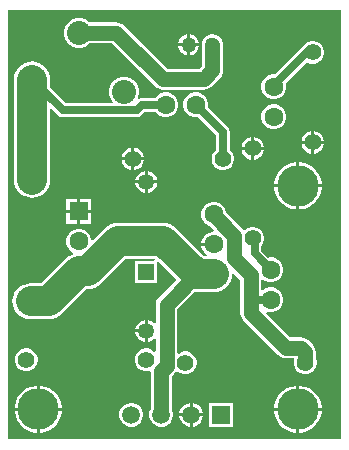
<source format=gbr>
%TF.GenerationSoftware,Altium Limited,Altium Designer,23.7.1 (13)*%
G04 Layer_Physical_Order=1*
G04 Layer_Color=255*
%FSLAX45Y45*%
%MOMM*%
%TF.SameCoordinates,8B45DB0F-F0D4-485E-9900-1B50B3984352*%
%TF.FilePolarity,Positive*%
%TF.FileFunction,Copper,L1,Top,Signal*%
%TF.Part,Single*%
G01*
G75*
%TA.AperFunction,Conductor*%
%ADD10C,1.27000*%
%ADD11C,0.63500*%
%ADD12C,2.54000*%
%TA.AperFunction,ComponentPad*%
%ADD13C,2.03200*%
%ADD14C,1.27000*%
%ADD15R,1.35000X1.35000*%
%ADD16C,1.35000*%
%ADD17R,1.50000X1.50000*%
%ADD18C,1.50000*%
%ADD19C,1.40000*%
%ADD20C,1.60000*%
%TA.AperFunction,ViaPad*%
%ADD21C,3.50000*%
%TA.AperFunction,ComponentPad*%
%ADD22C,1.60000*%
%ADD23R,1.60000X1.60000*%
G36*
X5321300Y9093200D02*
X2501900D01*
Y12725400D01*
X5321300D01*
Y9093200D01*
D02*
G37*
%LPC*%
G36*
X4041800Y12521933D02*
Y12446000D01*
X4117733D01*
X4111941Y12467614D01*
X4100238Y12487886D01*
X4083686Y12504438D01*
X4063414Y12516142D01*
X4041800Y12521933D01*
D02*
G37*
G36*
X4016400D02*
X3994786Y12516142D01*
X3974514Y12504438D01*
X3957962Y12487886D01*
X3946258Y12467614D01*
X3940467Y12446000D01*
X4016400D01*
Y12521933D01*
D02*
G37*
G36*
X4117733Y12420600D02*
X4041800D01*
Y12344667D01*
X4063414Y12350458D01*
X4083686Y12362162D01*
X4100238Y12378714D01*
X4111941Y12398986D01*
X4117733Y12420600D01*
D02*
G37*
G36*
X4016400D02*
X3940467D01*
X3946258Y12398986D01*
X3957962Y12378714D01*
X3974514Y12362162D01*
X3994786Y12350458D01*
X4016400Y12344667D01*
Y12420600D01*
D02*
G37*
G36*
X5092560Y12465200D02*
X5067440D01*
X5043177Y12458698D01*
X5021423Y12446139D01*
X5003661Y12428377D01*
X4997168Y12417130D01*
X4987997Y12411003D01*
X4760094Y12183100D01*
X4735924D01*
X4709117Y12175917D01*
X4685083Y12162041D01*
X4665459Y12142417D01*
X4651583Y12118383D01*
X4644400Y12091576D01*
Y12063824D01*
X4651583Y12037017D01*
X4665459Y12012983D01*
X4685083Y11993359D01*
X4709117Y11979483D01*
X4735924Y11972300D01*
X4763676D01*
X4790483Y11979483D01*
X4814517Y11993359D01*
X4834141Y12012983D01*
X4848017Y12037017D01*
X4855200Y12063824D01*
Y12091576D01*
X4850589Y12108783D01*
X5030200Y12288394D01*
X5043177Y12280902D01*
X5067440Y12274400D01*
X5092560D01*
X5116823Y12280902D01*
X5138577Y12293461D01*
X5156339Y12311223D01*
X5168898Y12332977D01*
X5175400Y12357240D01*
Y12382360D01*
X5168898Y12406623D01*
X5156339Y12428377D01*
X5138577Y12446139D01*
X5116823Y12458698D01*
X5092560Y12465200D01*
D02*
G37*
G36*
X3115520Y12661900D02*
X3082080D01*
X3049780Y12653245D01*
X3020820Y12636525D01*
X2997175Y12612880D01*
X2980455Y12583920D01*
X2971800Y12551620D01*
Y12518180D01*
X2980455Y12485880D01*
X2997175Y12456920D01*
X3020820Y12433275D01*
X3049780Y12416555D01*
X3082080Y12407900D01*
X3115520D01*
X3147820Y12416555D01*
X3176780Y12433275D01*
X3188738Y12445233D01*
X3379159D01*
X3746596Y12077796D01*
X3765166Y12063546D01*
X3786793Y12054588D01*
X3810000Y12051533D01*
X4154705D01*
X4177912Y12054588D01*
X4199538Y12063546D01*
X4218109Y12077796D01*
X4292504Y12152191D01*
X4306754Y12170762D01*
X4315712Y12192388D01*
X4318767Y12215595D01*
Y12433300D01*
X4318000Y12439127D01*
Y12445004D01*
X4316479Y12450681D01*
X4315712Y12456507D01*
X4313463Y12461937D01*
X4311942Y12467614D01*
X4309003Y12472705D01*
X4306754Y12478134D01*
X4303177Y12482795D01*
X4300238Y12487886D01*
X4296082Y12492042D01*
X4292504Y12496704D01*
X4287842Y12500282D01*
X4283686Y12504438D01*
X4278595Y12507377D01*
X4273934Y12510954D01*
X4268505Y12513203D01*
X4263414Y12516142D01*
X4257737Y12517663D01*
X4252307Y12519912D01*
X4246481Y12520679D01*
X4240804Y12522200D01*
X4234927D01*
X4229100Y12522967D01*
X4223273Y12522200D01*
X4217396D01*
X4211719Y12520679D01*
X4205893Y12519912D01*
X4200463Y12517663D01*
X4194786Y12516142D01*
X4189695Y12513203D01*
X4184266Y12510954D01*
X4179605Y12507377D01*
X4174514Y12504438D01*
X4170358Y12500282D01*
X4165696Y12496704D01*
X4162118Y12492042D01*
X4157962Y12487886D01*
X4155023Y12482795D01*
X4151446Y12478134D01*
X4149197Y12472705D01*
X4146258Y12467614D01*
X4144737Y12461937D01*
X4142488Y12456507D01*
X4141721Y12450681D01*
X4140200Y12445004D01*
Y12439127D01*
X4139433Y12433300D01*
Y12252736D01*
X4117564Y12230867D01*
X3847141D01*
X3479704Y12598304D01*
X3461134Y12612554D01*
X3439507Y12621512D01*
X3416300Y12624567D01*
X3188738D01*
X3176780Y12636525D01*
X3147820Y12653245D01*
X3115520Y12661900D01*
D02*
G37*
G36*
X2702560Y12291797D02*
X2672684Y12288855D01*
X2643957Y12280141D01*
X2617481Y12265989D01*
X2594275Y12246945D01*
X2575231Y12223739D01*
X2561079Y12197263D01*
X2552365Y12168536D01*
X2549423Y12138660D01*
Y11290460D01*
X2552365Y11260584D01*
X2561079Y11231857D01*
X2575231Y11205381D01*
X2594275Y11182176D01*
X2617481Y11163131D01*
X2643957Y11148979D01*
X2672684Y11140265D01*
X2702560Y11137323D01*
X2732436Y11140265D01*
X2761163Y11148979D01*
X2787639Y11163131D01*
X2810845Y11182176D01*
X2829889Y11205381D01*
X2844041Y11231857D01*
X2852755Y11260584D01*
X2855697Y11290460D01*
Y11886523D01*
X2867431Y11891384D01*
X2921707Y11837107D01*
X2940611Y11824476D01*
X2962910Y11820040D01*
X3588170D01*
X3610469Y11824476D01*
X3629373Y11837107D01*
X3659296Y11867030D01*
X3747337D01*
X3751059Y11860583D01*
X3770683Y11840959D01*
X3794717Y11827083D01*
X3821524Y11819900D01*
X3849276D01*
X3876083Y11827083D01*
X3900117Y11840959D01*
X3919741Y11860583D01*
X3933617Y11884617D01*
X3940800Y11911424D01*
Y11939176D01*
X3933617Y11965983D01*
X3919741Y11990017D01*
X3900117Y12009641D01*
X3876083Y12023517D01*
X3849276Y12030700D01*
X3821524D01*
X3794717Y12023517D01*
X3770683Y12009641D01*
X3751059Y11990017D01*
X3747337Y11983570D01*
X3635160D01*
X3612862Y11979134D01*
X3604406Y11973485D01*
X3594888Y11982399D01*
X3598145Y11988040D01*
X3606800Y12020340D01*
Y12053780D01*
X3598145Y12086080D01*
X3581425Y12115040D01*
X3557780Y12138685D01*
X3528820Y12155405D01*
X3496520Y12164060D01*
X3463080D01*
X3430780Y12155405D01*
X3401820Y12138685D01*
X3378175Y12115040D01*
X3361455Y12086080D01*
X3352800Y12053780D01*
Y12020340D01*
X3361455Y11988040D01*
X3378175Y11959080D01*
X3388942Y11948313D01*
X3384082Y11936580D01*
X2987046D01*
X2855697Y12067928D01*
Y12138660D01*
X2852755Y12168536D01*
X2844041Y12197263D01*
X2829889Y12223739D01*
X2810845Y12246945D01*
X2787639Y12265989D01*
X2761163Y12280141D01*
X2732436Y12288855D01*
X2702560Y12291797D01*
D02*
G37*
G36*
X4763676Y11929100D02*
X4735924D01*
X4709117Y11921917D01*
X4685083Y11908041D01*
X4665459Y11888417D01*
X4651583Y11864383D01*
X4644400Y11837576D01*
Y11809824D01*
X4651583Y11783017D01*
X4665459Y11758983D01*
X4685083Y11739359D01*
X4709117Y11725483D01*
X4735924Y11718300D01*
X4763676D01*
X4790483Y11725483D01*
X4814517Y11739359D01*
X4834141Y11758983D01*
X4848017Y11783017D01*
X4855200Y11809824D01*
Y11837576D01*
X4848017Y11864383D01*
X4834141Y11888417D01*
X4814517Y11908041D01*
X4790483Y11921917D01*
X4763676Y11929100D01*
D02*
G37*
G36*
X5092700Y11703162D02*
Y11620500D01*
X5175362D01*
X5168898Y11644623D01*
X5156339Y11666377D01*
X5138577Y11684139D01*
X5116823Y11696698D01*
X5092700Y11703162D01*
D02*
G37*
G36*
X5067300D02*
X5043177Y11696698D01*
X5021423Y11684139D01*
X5003661Y11666377D01*
X4991102Y11644623D01*
X4984638Y11620500D01*
X5067300D01*
Y11703162D01*
D02*
G37*
G36*
X4584700Y11652362D02*
Y11569700D01*
X4667362D01*
X4660898Y11593823D01*
X4648339Y11615577D01*
X4630577Y11633339D01*
X4608823Y11645898D01*
X4584700Y11652362D01*
D02*
G37*
G36*
X4559300D02*
X4535177Y11645898D01*
X4513423Y11633339D01*
X4495661Y11615577D01*
X4483102Y11593823D01*
X4476638Y11569700D01*
X4559300D01*
Y11652362D01*
D02*
G37*
G36*
X5175362Y11595100D02*
X5092700D01*
Y11512438D01*
X5116823Y11518902D01*
X5138577Y11531461D01*
X5156339Y11549223D01*
X5168898Y11570977D01*
X5175362Y11595100D01*
D02*
G37*
G36*
X5067300D02*
X4984638D01*
X4991102Y11570977D01*
X5003661Y11549223D01*
X5021423Y11531461D01*
X5043177Y11518902D01*
X5067300Y11512438D01*
Y11595100D01*
D02*
G37*
G36*
X3568700Y11563462D02*
Y11480800D01*
X3651362D01*
X3644898Y11504923D01*
X3632339Y11526677D01*
X3614577Y11544439D01*
X3592823Y11556998D01*
X3568700Y11563462D01*
D02*
G37*
G36*
X3543300D02*
X3519177Y11556998D01*
X3497423Y11544439D01*
X3479661Y11526677D01*
X3467102Y11504923D01*
X3460638Y11480800D01*
X3543300D01*
Y11563462D01*
D02*
G37*
G36*
X4667362Y11544300D02*
X4584700D01*
Y11461638D01*
X4608823Y11468102D01*
X4630577Y11480661D01*
X4648339Y11498423D01*
X4660898Y11520177D01*
X4667362Y11544300D01*
D02*
G37*
G36*
X4559300D02*
X4476638D01*
X4483102Y11520177D01*
X4495661Y11498423D01*
X4513423Y11480661D01*
X4535177Y11468102D01*
X4559300Y11461638D01*
Y11544300D01*
D02*
G37*
G36*
X3651362Y11455400D02*
X3568700D01*
Y11372738D01*
X3592823Y11379202D01*
X3614577Y11391761D01*
X3632339Y11409523D01*
X3644898Y11431277D01*
X3651362Y11455400D01*
D02*
G37*
G36*
X3543300D02*
X3460638D01*
X3467102Y11431277D01*
X3479661Y11409523D01*
X3497423Y11391761D01*
X3519177Y11379202D01*
X3543300Y11372738D01*
Y11455400D01*
D02*
G37*
G36*
X4103276Y12030700D02*
X4075524D01*
X4048717Y12023517D01*
X4024683Y12009641D01*
X4005059Y11990017D01*
X3991183Y11965983D01*
X3984000Y11939176D01*
Y11911424D01*
X3991183Y11884617D01*
X4005059Y11860583D01*
X4024683Y11840959D01*
X4048717Y11827083D01*
X4075524Y11819900D01*
X4103276D01*
X4110467Y11821827D01*
X4259730Y11672564D01*
Y11544616D01*
X4259423Y11544439D01*
X4241661Y11526677D01*
X4229102Y11504923D01*
X4222600Y11480660D01*
Y11455540D01*
X4229102Y11431277D01*
X4241661Y11409523D01*
X4259423Y11391761D01*
X4281177Y11379202D01*
X4305440Y11372700D01*
X4330560D01*
X4354823Y11379202D01*
X4376577Y11391761D01*
X4394339Y11409523D01*
X4406898Y11431277D01*
X4413400Y11455540D01*
Y11480660D01*
X4406898Y11504923D01*
X4394339Y11526677D01*
X4376577Y11544439D01*
X4376270Y11544616D01*
Y11696700D01*
X4371834Y11718999D01*
X4359203Y11737903D01*
X4192873Y11904233D01*
X4194800Y11911424D01*
Y11939176D01*
X4187617Y11965983D01*
X4173741Y11990017D01*
X4154117Y12009641D01*
X4130083Y12023517D01*
X4103276Y12030700D01*
D02*
G37*
G36*
X3683001Y11366374D02*
Y11286300D01*
X3763075D01*
X3756870Y11309458D01*
X3744639Y11330642D01*
X3727343Y11347938D01*
X3706158Y11360169D01*
X3683001Y11366374D01*
D02*
G37*
G36*
X3657601D02*
X3634443Y11360169D01*
X3613258Y11347938D01*
X3595962Y11330642D01*
X3583731Y11309458D01*
X3577526Y11286300D01*
X3657601D01*
Y11366374D01*
D02*
G37*
G36*
X4972738Y11439900D02*
X4965700D01*
Y11252200D01*
X5153400D01*
Y11259238D01*
X5145699Y11297955D01*
X5130592Y11334425D01*
X5108661Y11367248D01*
X5080748Y11395161D01*
X5047925Y11417092D01*
X5011455Y11432199D01*
X4972738Y11439900D01*
D02*
G37*
G36*
X4940300D02*
X4933262D01*
X4894545Y11432199D01*
X4858075Y11417092D01*
X4825252Y11395161D01*
X4797339Y11367248D01*
X4775408Y11334425D01*
X4760301Y11297955D01*
X4752600Y11259238D01*
Y11252200D01*
X4940300D01*
Y11439900D01*
D02*
G37*
G36*
X3763075Y11260900D02*
X3683001D01*
Y11180826D01*
X3706158Y11187031D01*
X3727343Y11199262D01*
X3744639Y11216558D01*
X3756870Y11237742D01*
X3763075Y11260900D01*
D02*
G37*
G36*
X3657601D02*
X3577526D01*
X3583731Y11237742D01*
X3595962Y11216558D01*
X3613258Y11199262D01*
X3634443Y11187031D01*
X3657601Y11180826D01*
Y11260900D01*
D02*
G37*
G36*
X5153400Y11226800D02*
X4965700D01*
Y11039100D01*
X4972738D01*
X5011455Y11046801D01*
X5047925Y11061908D01*
X5080748Y11083839D01*
X5108661Y11111752D01*
X5130592Y11144575D01*
X5145699Y11181045D01*
X5153400Y11219762D01*
Y11226800D01*
D02*
G37*
G36*
X4940300D02*
X4752600D01*
Y11219762D01*
X4760301Y11181045D01*
X4775408Y11144575D01*
X4797339Y11111752D01*
X4825252Y11083839D01*
X4858075Y11061908D01*
X4894545Y11046801D01*
X4933262Y11039100D01*
X4940300D01*
Y11226800D01*
D02*
G37*
G36*
X3204200Y11129000D02*
X3111500D01*
Y11036300D01*
X3204200D01*
Y11129000D01*
D02*
G37*
G36*
X3086100D02*
X2993400D01*
Y11036300D01*
X3086100D01*
Y11129000D01*
D02*
G37*
G36*
X3204200Y11010900D02*
X3111500D01*
Y10918200D01*
X3204200D01*
Y11010900D01*
D02*
G37*
G36*
X3086100D02*
X2993400D01*
Y10918200D01*
X3086100D01*
Y11010900D01*
D02*
G37*
G36*
X4255676Y11103600D02*
X4227924D01*
X4201117Y11096417D01*
X4177083Y11082541D01*
X4157459Y11062917D01*
X4143583Y11038883D01*
X4136400Y11012076D01*
Y10984324D01*
X4143583Y10957517D01*
X4157459Y10933483D01*
X4177083Y10913859D01*
X4201117Y10899983D01*
X4205436Y10898826D01*
X4242929Y10861333D01*
X4238068Y10849600D01*
X4227924D01*
X4201117Y10842417D01*
X4177083Y10828541D01*
X4157459Y10808917D01*
X4143583Y10784883D01*
X4136400Y10758076D01*
Y10756900D01*
X4241800D01*
Y10731500D01*
X4136400D01*
Y10730324D01*
X4143583Y10703517D01*
X4157459Y10679483D01*
X4177083Y10659859D01*
X4183702Y10656037D01*
X4180299Y10643337D01*
X4161181D01*
X3922634Y10881885D01*
X3899428Y10900929D01*
X3872953Y10915081D01*
X3844225Y10923795D01*
X3814350Y10926737D01*
X3431465D01*
X3431463Y10926738D01*
X3401587Y10923795D01*
X3372860Y10915081D01*
X3346384Y10900929D01*
X3323178Y10881885D01*
X3215933Y10774639D01*
X3204200Y10779500D01*
Y10783476D01*
X3197017Y10810283D01*
X3183141Y10834317D01*
X3163517Y10853941D01*
X3139483Y10867817D01*
X3112676Y10875000D01*
X3084924D01*
X3058117Y10867817D01*
X3034083Y10853941D01*
X3014459Y10834317D01*
X3000583Y10810283D01*
X2993400Y10783476D01*
Y10755724D01*
X3000583Y10728917D01*
X3014459Y10704883D01*
X3034083Y10685259D01*
X3053115Y10674271D01*
X3051533Y10660519D01*
X3040197Y10657081D01*
X3013721Y10642929D01*
X2990515Y10623885D01*
X2990514Y10623883D01*
X2781368Y10414737D01*
X2689700D01*
X2659824Y10411795D01*
X2631097Y10403081D01*
X2604621Y10388929D01*
X2581415Y10369885D01*
X2562371Y10346679D01*
X2548219Y10320203D01*
X2539505Y10291476D01*
X2536563Y10261600D01*
X2539505Y10231724D01*
X2548219Y10202997D01*
X2562371Y10176521D01*
X2581415Y10153315D01*
X2604621Y10134271D01*
X2631097Y10120119D01*
X2659824Y10111405D01*
X2689700Y10108463D01*
X2844800D01*
X2874676Y10111405D01*
X2903403Y10120119D01*
X2929879Y10134271D01*
X2953085Y10153315D01*
X3162231Y10362463D01*
X3173463D01*
X3203339Y10365405D01*
X3232066Y10374119D01*
X3258541Y10388271D01*
X3281747Y10407315D01*
X3494894Y10620463D01*
X3741786D01*
X3743965Y10617200D01*
X3737177Y10604500D01*
X3577401D01*
Y10418700D01*
X3763200D01*
Y10590220D01*
X3775901Y10595480D01*
X3926061Y10445320D01*
X3778196Y10297454D01*
X3763946Y10278884D01*
X3754988Y10257258D01*
X3751933Y10234050D01*
Y10079308D01*
X3739233Y10074047D01*
X3727342Y10085938D01*
X3706157Y10098169D01*
X3682999Y10104374D01*
Y10011600D01*
Y9918826D01*
X3706157Y9925031D01*
X3727342Y9937262D01*
X3739233Y9949153D01*
X3751933Y9943892D01*
Y9837544D01*
X3739233Y9832283D01*
X3728877Y9842639D01*
X3707123Y9855198D01*
X3682860Y9861700D01*
X3657740D01*
X3633477Y9855198D01*
X3611723Y9842639D01*
X3593961Y9824877D01*
X3581402Y9803123D01*
X3574900Y9778860D01*
Y9753740D01*
X3581402Y9729477D01*
X3593961Y9707723D01*
X3611723Y9689961D01*
X3633477Y9677402D01*
X3657740Y9670900D01*
X3682860D01*
X3695577Y9674308D01*
X3700111Y9672154D01*
X3707633Y9664390D01*
Y9346972D01*
X3703742Y9340233D01*
X3696900Y9314698D01*
Y9288262D01*
X3703742Y9262727D01*
X3716960Y9239833D01*
X3735653Y9221140D01*
X3758547Y9207922D01*
X3784082Y9201080D01*
X3810518D01*
X3836053Y9207922D01*
X3858947Y9221140D01*
X3877640Y9239833D01*
X3890858Y9262727D01*
X3897700Y9288262D01*
Y9314698D01*
X3890858Y9340233D01*
X3886967Y9346972D01*
Y9631440D01*
X3905004Y9649477D01*
X3919254Y9668048D01*
X3920498Y9671052D01*
X3932954Y9673530D01*
X3941923Y9664561D01*
X3963677Y9652002D01*
X3987940Y9645500D01*
X4013060D01*
X4037323Y9652002D01*
X4059077Y9664561D01*
X4076839Y9682323D01*
X4089398Y9704077D01*
X4095900Y9728340D01*
Y9753460D01*
X4089398Y9777723D01*
X4076839Y9799477D01*
X4059077Y9817239D01*
X4037323Y9829798D01*
X4013060Y9836300D01*
X3987940D01*
X3963677Y9829798D01*
X3943967Y9818419D01*
X3931267Y9822626D01*
Y10196909D01*
X4073781Y10339423D01*
X4097750Y10337063D01*
X4241800D01*
X4271676Y10340005D01*
X4300403Y10348719D01*
X4326879Y10362871D01*
X4350085Y10381915D01*
X4369129Y10405121D01*
X4383281Y10431597D01*
X4391995Y10460324D01*
X4394937Y10490200D01*
X4394012Y10499597D01*
X4405493Y10505028D01*
X4465833Y10444687D01*
Y10291065D01*
Y10163800D01*
X4468888Y10140593D01*
X4477846Y10118967D01*
X4492096Y10100396D01*
X4787996Y9804496D01*
X4806566Y9790246D01*
X4828193Y9781288D01*
X4851400Y9778233D01*
X4924345D01*
Y9765571D01*
X4921100Y9753460D01*
Y9728340D01*
X4927602Y9704077D01*
X4940161Y9682323D01*
X4957923Y9664561D01*
X4979677Y9652002D01*
X5003940Y9645500D01*
X5029060D01*
X5053323Y9652002D01*
X5075077Y9664561D01*
X5092839Y9682323D01*
X5105398Y9704077D01*
X5111900Y9728340D01*
Y9753460D01*
X5105398Y9777723D01*
X5103680Y9780700D01*
Y9832287D01*
X5100624Y9855495D01*
X5091666Y9877121D01*
X5077417Y9895692D01*
X5041804Y9931304D01*
X5023234Y9945554D01*
X5001607Y9954512D01*
X4978400Y9957567D01*
X4888541D01*
X4682975Y10163134D01*
X4689549Y10174520D01*
X4710524Y10168900D01*
X4738276D01*
X4765083Y10176083D01*
X4789117Y10189959D01*
X4808741Y10209583D01*
X4822617Y10233617D01*
X4829800Y10260424D01*
Y10288176D01*
X4822617Y10314983D01*
X4808741Y10339017D01*
X4789117Y10358641D01*
X4765083Y10372517D01*
X4738276Y10379700D01*
X4710524D01*
X4683717Y10372517D01*
X4659683Y10358641D01*
X4656900Y10355858D01*
X4645167Y10360719D01*
Y10441881D01*
X4656900Y10446742D01*
X4659683Y10443959D01*
X4683717Y10430083D01*
X4710524Y10422900D01*
X4738276D01*
X4765083Y10430083D01*
X4789117Y10443959D01*
X4808741Y10463583D01*
X4822617Y10487617D01*
X4829800Y10514424D01*
Y10542176D01*
X4822617Y10568983D01*
X4808741Y10593017D01*
X4789117Y10612641D01*
X4765083Y10626517D01*
X4738276Y10633700D01*
X4710524D01*
X4703333Y10631773D01*
X4644907Y10690199D01*
Y10732991D01*
X4648339Y10736423D01*
X4660898Y10758177D01*
X4667400Y10782440D01*
Y10807560D01*
X4660898Y10831823D01*
X4648339Y10853577D01*
X4630577Y10871339D01*
X4608823Y10883898D01*
X4584560Y10890400D01*
X4559440D01*
X4535177Y10883898D01*
X4513423Y10871339D01*
X4504614Y10862530D01*
X4497884Y10862663D01*
X4489092Y10864969D01*
X4476504Y10881375D01*
X4347200Y11010679D01*
Y11012076D01*
X4340017Y11038883D01*
X4326141Y11062917D01*
X4306517Y11082541D01*
X4282483Y11096417D01*
X4255676Y11103600D01*
D02*
G37*
G36*
X3657599Y10104374D02*
X3634442Y10098169D01*
X3613257Y10085938D01*
X3595961Y10068642D01*
X3583730Y10047458D01*
X3577525Y10024300D01*
X3657599D01*
Y10104374D01*
D02*
G37*
G36*
Y9998900D02*
X3577525D01*
X3583730Y9975742D01*
X3595961Y9954558D01*
X3613257Y9937262D01*
X3634442Y9925031D01*
X3657599Y9918826D01*
Y9998900D01*
D02*
G37*
G36*
X2666860Y9861700D02*
X2641740D01*
X2617477Y9855198D01*
X2595723Y9842639D01*
X2577961Y9824877D01*
X2565402Y9803123D01*
X2558900Y9778860D01*
Y9753740D01*
X2565402Y9729477D01*
X2577961Y9707723D01*
X2595723Y9689961D01*
X2617477Y9677402D01*
X2641740Y9670900D01*
X2666860D01*
X2691123Y9677402D01*
X2712877Y9689961D01*
X2730639Y9707723D01*
X2743198Y9729477D01*
X2749700Y9753740D01*
Y9778860D01*
X2743198Y9803123D01*
X2730639Y9824877D01*
X2712877Y9842639D01*
X2691123Y9855198D01*
X2666860Y9861700D01*
D02*
G37*
G36*
X4972738Y9547600D02*
X4965700D01*
Y9359900D01*
X5153400D01*
Y9366938D01*
X5145699Y9405655D01*
X5130592Y9442125D01*
X5108661Y9474948D01*
X5080748Y9502861D01*
X5047925Y9524792D01*
X5011455Y9539899D01*
X4972738Y9547600D01*
D02*
G37*
G36*
X4940300D02*
X4933262D01*
X4894545Y9539899D01*
X4858075Y9524792D01*
X4825252Y9502861D01*
X4797339Y9474948D01*
X4775408Y9442125D01*
X4760301Y9405655D01*
X4752600Y9366938D01*
Y9359900D01*
X4940300D01*
Y9547600D01*
D02*
G37*
G36*
X2775638D02*
X2768600D01*
Y9359900D01*
X2956300D01*
Y9366938D01*
X2948599Y9405655D01*
X2933492Y9442125D01*
X2911561Y9474948D01*
X2883648Y9502861D01*
X2850825Y9524792D01*
X2814355Y9539899D01*
X2775638Y9547600D01*
D02*
G37*
G36*
X2743200D02*
X2736162D01*
X2697445Y9539899D01*
X2660975Y9524792D01*
X2628152Y9502861D01*
X2600239Y9474948D01*
X2578308Y9442125D01*
X2563201Y9405655D01*
X2555500Y9366938D01*
Y9359900D01*
X2743200D01*
Y9547600D01*
D02*
G37*
G36*
X4064518Y9401880D02*
X4064000D01*
Y9314180D01*
X4151700D01*
Y9314698D01*
X4144858Y9340233D01*
X4131640Y9363127D01*
X4112947Y9381820D01*
X4090053Y9395038D01*
X4064518Y9401880D01*
D02*
G37*
G36*
X4038600D02*
X4038082D01*
X4012547Y9395038D01*
X3989653Y9381820D01*
X3970960Y9363127D01*
X3957742Y9340233D01*
X3950900Y9314698D01*
Y9314180D01*
X4038600D01*
Y9401880D01*
D02*
G37*
G36*
X4405700D02*
X4204900D01*
Y9201080D01*
X4405700D01*
Y9401880D01*
D02*
G37*
G36*
X4151700Y9288780D02*
X4064000D01*
Y9201080D01*
X4064518D01*
X4090053Y9207922D01*
X4112947Y9221140D01*
X4131640Y9239833D01*
X4144858Y9262727D01*
X4151700Y9288262D01*
Y9288780D01*
D02*
G37*
G36*
X4038600D02*
X3950900D01*
Y9288262D01*
X3957742Y9262727D01*
X3970960Y9239833D01*
X3989653Y9221140D01*
X4012547Y9207922D01*
X4038082Y9201080D01*
X4038600D01*
Y9288780D01*
D02*
G37*
G36*
X3556518Y9401880D02*
X3530082D01*
X3504547Y9395038D01*
X3481653Y9381820D01*
X3462960Y9363127D01*
X3449742Y9340233D01*
X3442900Y9314698D01*
Y9288262D01*
X3449742Y9262727D01*
X3462960Y9239833D01*
X3481653Y9221140D01*
X3504547Y9207922D01*
X3530082Y9201080D01*
X3556518D01*
X3582053Y9207922D01*
X3604947Y9221140D01*
X3623640Y9239833D01*
X3636858Y9262727D01*
X3643700Y9288262D01*
Y9314698D01*
X3636858Y9340233D01*
X3623640Y9363127D01*
X3604947Y9381820D01*
X3582053Y9395038D01*
X3556518Y9401880D01*
D02*
G37*
G36*
X5153400Y9334500D02*
X4965700D01*
Y9146800D01*
X4972738D01*
X5011455Y9154501D01*
X5047925Y9169608D01*
X5080748Y9191539D01*
X5108661Y9219452D01*
X5130592Y9252275D01*
X5145699Y9288745D01*
X5153400Y9327462D01*
Y9334500D01*
D02*
G37*
G36*
X4940300D02*
X4752600D01*
Y9327462D01*
X4760301Y9288745D01*
X4775408Y9252275D01*
X4797339Y9219452D01*
X4825252Y9191539D01*
X4858075Y9169608D01*
X4894545Y9154501D01*
X4933262Y9146800D01*
X4940300D01*
Y9334500D01*
D02*
G37*
G36*
X2956300D02*
X2768600D01*
Y9146800D01*
X2775638D01*
X2814355Y9154501D01*
X2850825Y9169608D01*
X2883648Y9191539D01*
X2911561Y9219452D01*
X2933492Y9252275D01*
X2948599Y9288745D01*
X2956300Y9327462D01*
Y9334500D01*
D02*
G37*
G36*
X2743200D02*
X2555500D01*
Y9327462D01*
X2563201Y9288745D01*
X2578308Y9252275D01*
X2600239Y9219452D01*
X2628152Y9191539D01*
X2660975Y9169608D01*
X2697445Y9154501D01*
X2736162Y9146800D01*
X2743200D01*
Y9334500D01*
D02*
G37*
%LPD*%
D10*
X3098800Y12534900D02*
X3416300D01*
X4229100Y12215595D02*
Y12433300D01*
X4154705Y12141200D02*
X4229100Y12215595D01*
X3810000Y12141200D02*
X4154705D01*
X3416300Y12534900D02*
X3810000Y12141200D01*
X5014013Y9743387D02*
Y9832287D01*
X4978400Y9867900D02*
X5014013Y9832287D01*
X4851400Y9867900D02*
X4978400D01*
X4555500Y10163800D02*
X4851400Y9867900D01*
X3797300Y9301480D02*
Y9668581D01*
X3841600Y9712881D01*
Y10234050D01*
X4097750Y10490200D01*
X4555500Y10163800D02*
Y10291065D01*
X5014013Y9743387D02*
X5016500Y9740900D01*
X4555500Y10291065D02*
Y10481829D01*
X4413100Y10624229D02*
X4555500Y10481829D01*
X4413100Y10624229D02*
Y10817970D01*
X4241800Y10989270D02*
X4413100Y10817970D01*
X4241800Y10989270D02*
Y10998200D01*
D11*
X5029200Y12369800D02*
X5080000D01*
X4572264Y10274300D02*
X4724400D01*
X4555500Y10291065D02*
X4572264Y10274300D01*
X4586638Y10666062D02*
X4724400Y10528300D01*
X4586638Y10666062D02*
Y10780362D01*
X4572000Y10795000D02*
X4586638Y10780362D01*
X4749800Y12077700D02*
Y12090400D01*
X5029200Y12369800D01*
X4089400Y11925300D02*
X4318000Y11696700D01*
Y11468100D02*
Y11696700D01*
X3635160Y11925300D02*
X3835400D01*
X3588170Y11878310D02*
X3635160Y11925300D01*
X2962910Y11878310D02*
X3588170D01*
X2702560Y12138660D02*
X2962910Y11878310D01*
D12*
X2689700Y10261600D02*
X2844800D01*
X3098800Y10515600D01*
X3173463D01*
X3431463Y10773600D01*
X3670299D01*
X4097750Y10490200D02*
X4241800D01*
X3814350Y10773600D02*
X4097750Y10490200D01*
X3670299Y10773600D02*
X3814350D01*
X2702560Y11290460D02*
Y12138660D01*
D13*
D03*
X3479800Y12037060D02*
D03*
X3098800Y12534900D02*
D03*
D14*
X4029100Y12433300D02*
D03*
X4229100D02*
D03*
D15*
X3670301Y10511600D02*
D03*
X3670299Y10773600D02*
D03*
D16*
Y10011600D02*
D03*
X3670301Y11273600D02*
D03*
D17*
X4305300Y9301480D02*
D03*
D18*
X4051300D02*
D03*
X3797300D02*
D03*
X3543300D02*
D03*
D19*
X5016500Y9740900D02*
D03*
X4000500D02*
D03*
X2654300Y9766300D02*
D03*
X3670300D02*
D03*
X4572000Y10795000D02*
D03*
Y11557000D02*
D03*
X4318000Y11468100D02*
D03*
X3556000D02*
D03*
X2689700Y10261600D02*
D03*
Y11277600D02*
D03*
X5080000Y12369800D02*
D03*
Y11607800D02*
D03*
D20*
X4724400Y10274300D02*
D03*
Y10528300D02*
D03*
X4749800Y11823700D02*
D03*
Y12077700D02*
D03*
X4089400Y11925300D02*
D03*
X3835400D02*
D03*
D21*
X2755900Y9347200D02*
D03*
X4953000D02*
D03*
Y11239500D02*
D03*
D22*
X4241800Y10998200D02*
D03*
Y10744200D02*
D03*
X3098800Y10515600D02*
D03*
Y10769600D02*
D03*
D23*
X4241800Y10490200D02*
D03*
X3098800Y11023600D02*
D03*
%TF.MD5,4f8fecd8a3ba36876e2a909ffeda8b9a*%
M02*

</source>
